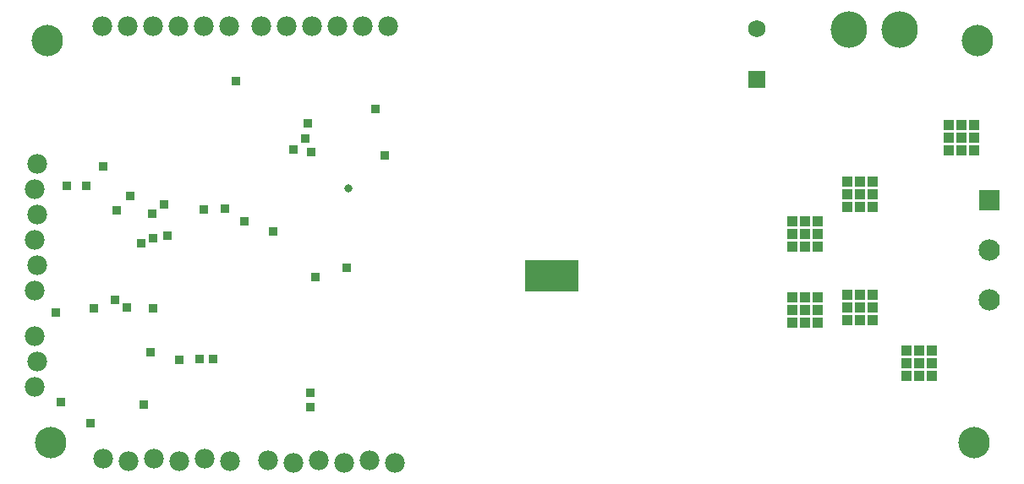
<source format=gbs>
G75*
%MOIN*%
%OFA0B0*%
%FSLAX24Y24*%
%IPPOS*%
%LPD*%
%AMOC8*
5,1,8,0,0,1.08239X$1,22.5*
%
%ADD10C,0.0780*%
%ADD11C,0.1240*%
%ADD12C,0.1440*%
%ADD13C,0.0690*%
%ADD14R,0.0690X0.0690*%
%ADD15R,0.0437X0.0437*%
%ADD16R,0.0840X0.0840*%
%ADD17C,0.0840*%
%ADD18R,0.0317X0.0317*%
%ADD19C,0.0317*%
D10*
X003811Y001077D03*
X004811Y000977D03*
X005811Y001077D03*
X006811Y000977D03*
X007811Y001077D03*
X008811Y000977D03*
X010307Y001027D03*
X011307Y000927D03*
X012307Y001027D03*
X013307Y000927D03*
X014307Y001027D03*
X015307Y000927D03*
X001084Y003930D03*
X001184Y004930D03*
X001084Y005930D03*
X001084Y007705D03*
X001184Y008705D03*
X001084Y009705D03*
X001184Y010705D03*
X001084Y011705D03*
X001184Y012705D03*
X003752Y018142D03*
X004752Y018142D03*
X005752Y018142D03*
X006752Y018142D03*
X007752Y018142D03*
X008752Y018142D03*
X010048Y018142D03*
X011048Y018142D03*
X012048Y018142D03*
X013048Y018142D03*
X014048Y018142D03*
X015048Y018142D03*
D11*
X001725Y001725D03*
X001607Y017591D03*
X038260Y017591D03*
X038142Y001725D03*
D12*
X035205Y018024D03*
X033205Y018024D03*
D13*
X029580Y018037D03*
D14*
X029580Y016037D03*
D15*
X037126Y014233D03*
X037626Y014233D03*
X037626Y013733D03*
X037126Y013733D03*
X037126Y013233D03*
X037626Y013233D03*
X038126Y013233D03*
X038126Y013733D03*
X038126Y014233D03*
X034126Y012028D03*
X033626Y012028D03*
X033126Y012028D03*
X033126Y011528D03*
X033626Y011528D03*
X033626Y011028D03*
X033126Y011028D03*
X034126Y011028D03*
X034126Y011528D03*
X031981Y010449D03*
X031481Y010449D03*
X030981Y010449D03*
X030981Y009949D03*
X031481Y009949D03*
X031981Y009949D03*
X031981Y009449D03*
X031481Y009449D03*
X030981Y009449D03*
X033126Y007540D03*
X033626Y007540D03*
X034126Y007540D03*
X034126Y007040D03*
X033626Y007040D03*
X033126Y007040D03*
X033126Y006540D03*
X033626Y006540D03*
X034126Y006540D03*
X035461Y005335D03*
X035961Y005335D03*
X036461Y005335D03*
X036461Y004835D03*
X035961Y004835D03*
X035461Y004835D03*
X035461Y004335D03*
X035961Y004335D03*
X036461Y004335D03*
X031981Y006433D03*
X031481Y006433D03*
X030981Y006433D03*
X030981Y006933D03*
X031481Y006933D03*
X031981Y006933D03*
X031981Y007433D03*
X031481Y007433D03*
X030981Y007433D03*
D16*
X038721Y011292D03*
D17*
X038721Y009323D03*
X038721Y007355D03*
D18*
X022374Y007847D03*
X022079Y007847D03*
X021784Y007847D03*
X021489Y007847D03*
X021193Y007847D03*
X020898Y007847D03*
X020603Y007847D03*
X020603Y008142D03*
X020898Y008142D03*
X021193Y008142D03*
X021193Y008437D03*
X020898Y008437D03*
X020603Y008437D03*
X020603Y008733D03*
X020898Y008733D03*
X021193Y008733D03*
X021489Y008733D03*
X021784Y008733D03*
X022079Y008733D03*
X022374Y008733D03*
X022374Y008437D03*
X022079Y008437D03*
X022079Y008142D03*
X021784Y008142D03*
X021784Y008437D03*
X021489Y008437D03*
X021489Y008142D03*
X022374Y008142D03*
X013402Y008615D03*
X012158Y008260D03*
X010493Y010063D03*
X009359Y010449D03*
X008595Y010957D03*
X007764Y010918D03*
X006201Y011130D03*
X005737Y010748D03*
X006343Y009898D03*
X005772Y009792D03*
X005307Y009575D03*
X004343Y010882D03*
X004867Y011461D03*
X003142Y011843D03*
X002355Y011843D03*
X003792Y012630D03*
X009028Y015996D03*
X011851Y014319D03*
X011752Y013717D03*
X012008Y013185D03*
X011307Y013272D03*
X014528Y014870D03*
X014914Y013040D03*
X004256Y007347D03*
X004748Y007040D03*
X005780Y007004D03*
X003441Y007008D03*
X001930Y006835D03*
X005662Y005268D03*
X006792Y004996D03*
X007611Y005016D03*
X008130Y005024D03*
X005402Y003217D03*
X003300Y002493D03*
X002119Y003300D03*
X011961Y003693D03*
X011969Y003115D03*
D19*
X013461Y011752D03*
M02*

</source>
